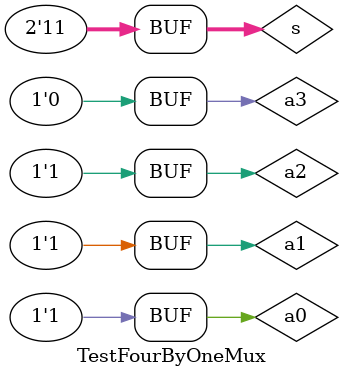
<source format=v>

module TestFourByOneMux;
	reg a3, a2, a1, a0;
	reg [1:0] s;
	wire d;
	FourByOneMux tester(.a3(a3), .a2(a2), .a1(a1), .a0(a0), .s(s), .d(d));
	initial
		begin
			$monitor("%d	a3 = %b, a2 = %b, a1 = %b, a0 = %b, s = %b, d = %b", $time, a3, a2, a1, a0, s, d);

			#20
			a3 = 1'b1;
			a2 = 1'b1;
			a1 = 1'b0;
			a0 = 1'b1;
			s = 2'b00;

			#20
			a3 = 1'b0;
			a2 = 1'b0;
			a1 = 1'b0;
			a0 = 1'b1;
			s = 2'b01;

			#20
			a3 = 1'b0;
			a2 = 1'b1;
			a1 = 1'b0;
			a0 = 1'b1;
			s = 2'b10;

			#20
			a3 = 1'b0;
			a2 = 1'b1;
			a1 = 1'b1;
			a0 = 1'b1;
			s = 2'b11;

		end
endmodule
</source>
